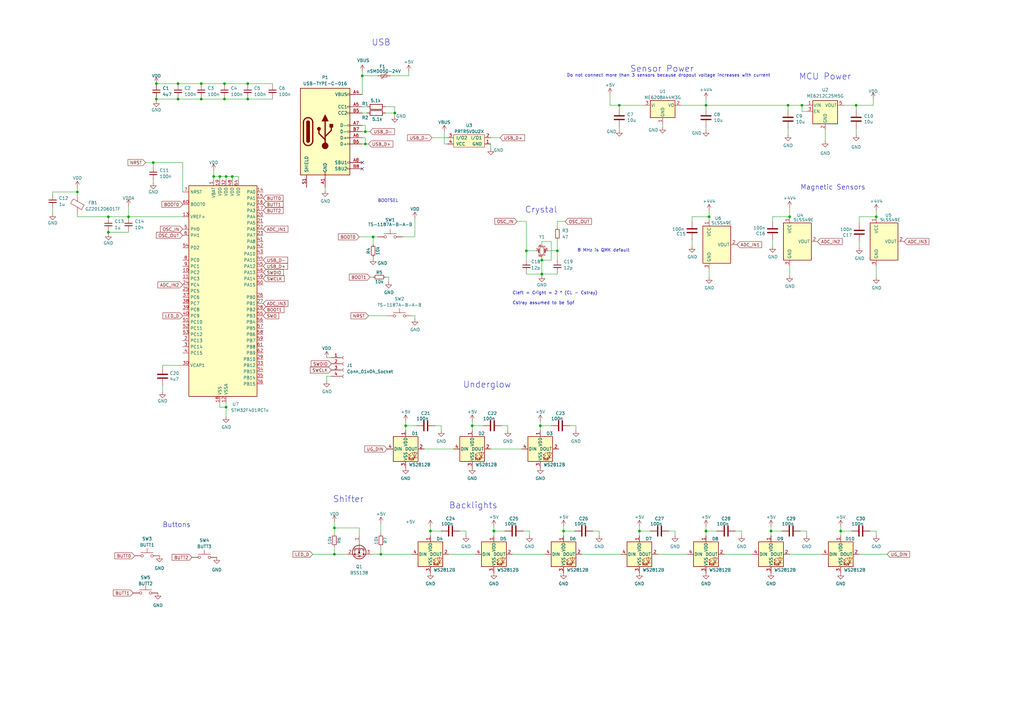
<source format=kicad_sch>
(kicad_sch (version 20230121) (generator eeschema)
  (paper "A3")
  (title_block (title "keeb") (date "2020-12-18") (rev "REV1"))
  (junction (at 228.6 102.87))
  (junction (at 92.71 167.005))
  (junction (at 73.025 34.29))
  (junction (at 290.83 88.9))
  (junction (at 161.925 46.355))
  (junction (at 137.16 227.33))
  (junction (at 101.6 40.64))
  (junction (at 254 43.18))
  (junction (at 92.075 40.64))
  (junction (at 193.675 174.625))
  (junction (at 90.17 72.39))
  (junction (at 153.035 97.155))
  (junction (at 215.9 102.87))
  (junction (at 31.75 78.74))
  (junction (at 202.565 217.805))
  (junction (at 92.71 72.39))
  (junction (at 176.53 217.805))
  (junction (at 344.805 217.805))
  (junction (at 149.86 53.975))
  (junction (at 64.135 40.64))
  (junction (at 95.25 72.39))
  (junction (at 316.23 217.805))
  (junction (at 148.59 31.115))
  (junction (at 222.25 106.68))
  (junction (at 82.55 34.29))
  (junction (at 289.56 43.18))
  (junction (at 156.21 227.33))
  (junction (at 328.93 43.18))
  (junction (at 222.25 112.395))
  (junction (at 289.56 217.805))
  (junction (at 137.16 216.535))
  (junction (at 323.215 43.18))
  (junction (at 231.14 217.805))
  (junction (at 166.37 174.625))
  (junction (at 44.45 95.25))
  (junction (at 64.135 34.29))
  (junction (at 52.705 88.9))
  (junction (at 323.85 88.9))
  (junction (at 87.63 72.39))
  (junction (at 82.55 40.64))
  (junction (at 262.255 217.805))
  (junction (at 149.86 59.055))
  (junction (at 351.155 43.18))
  (junction (at 92.075 34.29))
  (junction (at 73.025 40.64))
  (junction (at 359.41 88.9))
  (junction (at 62.865 66.675))
  (junction (at 221.615 174.625))
  (junction (at 101.6 34.29))
  (junction (at 44.45 88.9))
  (no_connect (at 148.59 66.675))
  (no_connect (at 148.59 69.215))
  (wire (pts (xy 290.83 110.49) (xy 290.83 113.665)))
  (wire (pts (xy 82.55 34.29) (xy 92.075 34.29)))
  (wire (pts (xy 52.705 84.455) (xy 52.705 88.9)))
  (wire (pts (xy 82.55 40.64) (xy 92.075 40.64)))
  (wire (pts (xy 316.23 217.805) (xy 316.23 219.71)))
  (wire (pts (xy 183.515 59.055) (xy 182.245 59.055)))
  (wire (pts (xy 316.865 98.425) (xy 316.865 100.965)))
  (wire (pts (xy 173.99 184.15) (xy 186.055 184.15)))
  (wire (pts (xy 210.185 227.33) (xy 223.52 227.33)))
  (wire (pts (xy 221.615 174.625) (xy 226.06 174.625)))
  (wire (pts (xy 92.075 34.29) (xy 101.6 34.29)))
  (wire (pts (xy 44.45 88.9) (xy 52.705 88.9)))
  (wire (pts (xy 262.255 215.9) (xy 262.255 217.805)))
  (wire (pts (xy 160.02 31.115) (xy 167.64 31.115)))
  (wire (pts (xy 87.63 69.85) (xy 87.63 72.39)))
  (wire (pts (xy 92.71 167.005) (xy 92.71 170.815)))
  (wire (pts (xy 217.17 217.805) (xy 217.17 219.71)))
  (wire (pts (xy 111.76 40.005) (xy 111.76 40.64)))
  (wire (pts (xy 159.385 113.665) (xy 159.385 115.57)))
  (wire (pts (xy 137.16 213.995) (xy 137.16 216.535)))
  (wire (pts (xy 150.495 43.815) (xy 148.59 43.815)))
  (wire (pts (xy 228.6 112.395) (xy 228.6 111.76)))
  (wire (pts (xy 328.93 45.72) (xy 330.835 45.72)))
  (wire (pts (xy 170.18 97.155) (xy 170.18 89.535)))
  (wire (pts (xy 137.16 224.155) (xy 137.16 227.33)))
  (wire (pts (xy 149.86 53.975) (xy 151.765 53.975)))
  (wire (pts (xy 87.63 72.39) (xy 90.17 72.39)))
  (wire (pts (xy 344.805 217.805) (xy 349.25 217.805)))
  (wire (pts (xy 177.165 56.515) (xy 183.515 56.515)))
  (wire (pts (xy 316.23 217.805) (xy 320.675 217.805)))
  (wire (pts (xy 224.79 102.87) (xy 228.6 102.87)))
  (wire (pts (xy 21.59 80.01) (xy 21.59 78.74)))
  (wire (pts (xy 290.83 90.17) (xy 290.83 88.9)))
  (wire (pts (xy 262.255 217.805) (xy 262.255 219.71)))
  (wire (pts (xy 176.53 217.805) (xy 180.975 217.805)))
  (wire (pts (xy 359.41 86.36) (xy 359.41 88.9)))
  (wire (pts (xy 153.035 100.33) (xy 153.035 97.155)))
  (wire (pts (xy 166.37 174.625) (xy 166.37 176.53)))
  (wire (pts (xy 226.06 99.06) (xy 226.06 106.68)))
  (wire (pts (xy 346.075 43.18) (xy 351.155 43.18)))
  (wire (pts (xy 222.25 106.68) (xy 222.25 112.395)))
  (wire (pts (xy 269.875 227.33) (xy 281.94 227.33)))
  (wire (pts (xy 62.865 66.675) (xy 62.865 68.58)))
  (wire (pts (xy 111.76 34.29) (xy 111.76 34.925)))
  (wire (pts (xy 148.59 46.355) (xy 150.495 46.355)))
  (wire (pts (xy 262.255 217.805) (xy 266.7 217.805)))
  (wire (pts (xy 289.56 52.07) (xy 289.56 53.34)))
  (wire (pts (xy 323.215 52.705) (xy 323.215 55.245)))
  (wire (pts (xy 82.55 34.925) (xy 82.55 34.29)))
  (wire (pts (xy 217.17 217.805) (xy 214.63 217.805)))
  (wire (pts (xy 133.35 76.835) (xy 133.35 78.105)))
  (wire (pts (xy 323.215 45.085) (xy 323.215 43.18)))
  (wire (pts (xy 44.45 88.9) (xy 44.45 89.535)))
  (wire (pts (xy 64.135 40.64) (xy 73.025 40.64)))
  (wire (pts (xy 328.93 43.18) (xy 328.93 45.72)))
  (wire (pts (xy 344.805 217.805) (xy 344.805 219.71)))
  (wire (pts (xy 149.86 51.435) (xy 149.86 53.975)))
  (wire (pts (xy 64.135 40.64) (xy 64.135 40.005)))
  (wire (pts (xy 147.32 97.155) (xy 153.035 97.155)))
  (wire (pts (xy 201.295 184.15) (xy 213.995 184.15)))
  (wire (pts (xy 238.76 227.33) (xy 254.635 227.33)))
  (wire (pts (xy 156.21 227.33) (xy 168.91 227.33)))
  (wire (pts (xy 330.835 217.805) (xy 330.835 219.71)))
  (wire (pts (xy 323.85 85.09) (xy 323.85 88.9)))
  (wire (pts (xy 74.93 66.675) (xy 74.93 78.74)))
  (wire (pts (xy 184.15 227.33) (xy 194.945 227.33)))
  (wire (pts (xy 323.85 109.22) (xy 323.85 113.03)))
  (wire (pts (xy 250.19 43.18) (xy 254 43.18)))
  (wire (pts (xy 180.975 174.625) (xy 180.975 176.53)))
  (wire (pts (xy 167.64 29.21) (xy 167.64 31.115)))
  (wire (pts (xy 148.59 31.115) (xy 148.59 38.735)))
  (wire (pts (xy 111.76 34.29) (xy 101.6 34.29)))
  (wire (pts (xy 236.22 174.625) (xy 233.68 174.625)))
  (wire (pts (xy 201.295 56.515) (xy 205.105 56.515)))
  (wire (pts (xy 351.155 52.705) (xy 351.155 55.245)))
  (wire (pts (xy 352.425 99.06) (xy 352.425 101.6)))
  (wire (pts (xy 101.6 34.29) (xy 101.6 34.925)))
  (wire (pts (xy 161.925 46.355) (xy 161.925 47.625)))
  (wire (pts (xy 74.93 149.86) (xy 66.675 149.86)))
  (wire (pts (xy 151.765 113.665) (xy 153.035 113.665)))
  (wire (pts (xy 156.21 224.155) (xy 156.21 227.33)))
  (wire (pts (xy 148.59 29.21) (xy 148.59 31.115)))
  (wire (pts (xy 254 52.07) (xy 254 53.34)))
  (wire (pts (xy 92.075 40.64) (xy 101.6 40.64)))
  (wire (pts (xy 222.25 100.33) (xy 222.25 99.06)))
  (wire (pts (xy 152.4 227.33) (xy 156.21 227.33)))
  (wire (pts (xy 202.565 217.805) (xy 207.01 217.805)))
  (wire (pts (xy 359.41 217.805) (xy 359.41 219.71)))
  (wire (pts (xy 316.23 215.9) (xy 316.23 217.805)))
  (wire (pts (xy 168.91 129.54) (xy 170.18 129.54)))
  (wire (pts (xy 153.035 105.41) (xy 153.035 106.045)))
  (wire (pts (xy 264.16 43.18) (xy 254 43.18)))
  (wire (pts (xy 279.4 43.18) (xy 289.56 43.18)))
  (wire (pts (xy 276.86 217.805) (xy 274.32 217.805)))
  (wire (pts (xy 323.85 88.9) (xy 316.865 88.9)))
  (wire (pts (xy 231.775 90.805) (xy 228.6 90.805)))
  (wire (pts (xy 215.9 112.395) (xy 215.9 111.76)))
  (wire (pts (xy 352.425 88.9) (xy 359.41 88.9)))
  (wire (pts (xy 289.56 44.45) (xy 289.56 43.18)))
  (wire (pts (xy 149.86 59.055) (xy 149.86 56.515)))
  (wire (pts (xy 31.75 87.63) (xy 31.75 88.9)))
  (wire (pts (xy 222.25 99.06) (xy 226.06 99.06)))
  (wire (pts (xy 158.115 113.665) (xy 159.385 113.665)))
  (wire (pts (xy 222.25 113.03) (xy 222.25 112.395)))
  (wire (pts (xy 222.25 112.395) (xy 228.6 112.395)))
  (wire (pts (xy 31.75 88.9) (xy 44.45 88.9)))
  (wire (pts (xy 202.565 215.9) (xy 202.565 217.805)))
  (wire (pts (xy 44.45 95.25) (xy 44.45 94.615)))
  (wire (pts (xy 359.41 217.805) (xy 356.87 217.805)))
  (wire (pts (xy 201.295 59.055) (xy 201.295 60.96)))
  (wire (pts (xy 62.865 73.66) (xy 62.865 74.93)))
  (wire (pts (xy 191.135 217.805) (xy 188.595 217.805)))
  (wire (pts (xy 101.6 40.005) (xy 101.6 40.64)))
  (wire (pts (xy 283.845 98.425) (xy 283.845 100.965)))
  (wire (pts (xy 182.245 59.055) (xy 182.245 53.975)))
  (wire (pts (xy 92.075 34.925) (xy 92.075 34.29)))
  (wire (pts (xy 133.985 154.305) (xy 135.89 154.305)))
  (wire (pts (xy 92.075 40.005) (xy 92.075 40.64)))
  (wire (pts (xy 193.675 172.72) (xy 193.675 174.625)))
  (wire (pts (xy 254 44.45) (xy 254 43.18)))
  (wire (pts (xy 90.17 165.1) (xy 90.17 167.005)))
  (wire (pts (xy 180.975 174.625) (xy 178.435 174.625)))
  (wire (pts (xy 73.025 40.005) (xy 73.025 40.64)))
  (wire (pts (xy 351.155 45.085) (xy 351.155 43.18)))
  (wire (pts (xy 222.25 112.395) (xy 215.9 112.395)))
  (wire (pts (xy 161.925 43.815) (xy 161.925 46.355)))
  (wire (pts (xy 316.865 88.9) (xy 316.865 90.805)))
  (wire (pts (xy 222.25 105.41) (xy 222.25 106.68)))
  (wire (pts (xy 289.56 43.18) (xy 323.215 43.18)))
  (wire (pts (xy 59.69 66.675) (xy 62.865 66.675)))
  (wire (pts (xy 289.56 217.805) (xy 294.005 217.805)))
  (wire (pts (xy 358.14 40.64) (xy 358.14 43.18)))
  (wire (pts (xy 92.71 165.1) (xy 92.71 167.005)))
  (wire (pts (xy 330.835 43.18) (xy 328.93 43.18)))
  (wire (pts (xy 95.25 72.39) (xy 95.25 73.66)))
  (wire (pts (xy 215.9 106.68) (xy 215.9 102.87)))
  (wire (pts (xy 73.025 40.64) (xy 82.55 40.64)))
  (wire (pts (xy 128.27 227.33) (xy 137.16 227.33)))
  (wire (pts (xy 31.75 76.835) (xy 31.75 78.74)))
  (wire (pts (xy 44.45 95.885) (xy 44.45 95.25)))
  (wire (pts (xy 344.805 215.9) (xy 344.805 217.805)))
  (wire (pts (xy 250.19 38.735) (xy 250.19 43.18)))
  (wire (pts (xy 156.21 214.63) (xy 156.21 219.075)))
  (wire (pts (xy 147.32 216.535) (xy 147.32 219.71)))
  (wire (pts (xy 73.025 34.29) (xy 82.55 34.29)))
  (wire (pts (xy 231.14 217.805) (xy 231.14 219.71)))
  (wire (pts (xy 231.14 215.9) (xy 231.14 217.805)))
  (wire (pts (xy 166.37 172.72) (xy 166.37 174.625)))
  (wire (pts (xy 221.615 174.625) (xy 221.615 176.53)))
  (wire (pts (xy 289.56 215.9) (xy 289.56 217.805)))
  (wire (pts (xy 245.745 217.805) (xy 243.205 217.805)))
  (wire (pts (xy 289.56 217.805) (xy 289.56 219.71)))
  (wire (pts (xy 31.75 78.74) (xy 31.75 80.01)))
  (wire (pts (xy 151.13 129.54) (xy 158.75 129.54)))
  (wire (pts (xy 92.71 72.39) (xy 92.71 73.66)))
  (wire (pts (xy 323.215 43.18) (xy 328.93 43.18)))
  (wire (pts (xy 87.63 72.39) (xy 87.63 73.66)))
  (wire (pts (xy 90.17 72.39) (xy 92.71 72.39)))
  (wire (pts (xy 166.37 174.625) (xy 170.815 174.625)))
  (wire (pts (xy 221.615 172.72) (xy 221.615 174.625)))
  (wire (pts (xy 245.745 217.805) (xy 245.745 219.71)))
  (wire (pts (xy 176.53 217.805) (xy 176.53 219.71)))
  (wire (pts (xy 92.71 72.39) (xy 95.25 72.39)))
  (wire (pts (xy 330.835 217.805) (xy 328.295 217.805)))
  (wire (pts (xy 165.1 97.155) (xy 170.18 97.155)))
  (wire (pts (xy 137.16 227.33) (xy 142.24 227.33)))
  (wire (pts (xy 82.55 40.005) (xy 82.55 40.64)))
  (wire (pts (xy 137.16 216.535) (xy 147.32 216.535)))
  (wire (pts (xy 352.425 227.33) (xy 363.855 227.33)))
  (wire (pts (xy 193.675 174.625) (xy 198.12 174.625)))
  (wire (pts (xy 297.18 227.33) (xy 308.61 227.33)))
  (wire (pts (xy 304.165 217.805) (xy 304.165 219.71)))
  (wire (pts (xy 148.59 31.115) (xy 154.94 31.115)))
  (wire (pts (xy 158.115 46.355) (xy 161.925 46.355)))
  (wire (pts (xy 137.16 216.535) (xy 137.16 219.075)))
  (wire (pts (xy 215.9 90.805) (xy 212.09 90.805)))
  (wire (pts (xy 170.18 129.54) (xy 170.18 130.81)))
  (wire (pts (xy 133.985 146.685) (xy 135.89 146.685)))
  (wire (pts (xy 64.135 34.29) (xy 73.025 34.29)))
  (wire (pts (xy 90.17 72.39) (xy 90.17 73.66)))
  (wire (pts (xy 226.06 106.68) (xy 222.25 106.68)))
  (wire (pts (xy 148.59 51.435) (xy 149.86 51.435)))
  (wire (pts (xy 193.675 174.625) (xy 193.675 176.53)))
  (wire (pts (xy 64.135 34.29) (xy 64.135 34.925)))
  (wire (pts (xy 304.165 217.805) (xy 301.625 217.805)))
  (wire (pts (xy 338.455 53.34) (xy 338.455 57.785)))
  (wire (pts (xy 215.9 90.805) (xy 215.9 102.87)))
  (wire (pts (xy 290.83 86.36) (xy 290.83 88.9)))
  (wire (pts (xy 52.705 88.9) (xy 52.705 89.535)))
  (wire (pts (xy 97.79 72.39) (xy 97.79 73.66)))
  (wire (pts (xy 148.59 56.515) (xy 149.86 56.515)))
  (wire (pts (xy 283.845 88.9) (xy 283.845 90.805)))
  (wire (pts (xy 73.025 34.925) (xy 73.025 34.29)))
  (wire (pts (xy 153.035 97.155) (xy 154.94 97.155)))
  (wire (pts (xy 52.705 95.25) (xy 52.705 94.615)))
  (wire (pts (xy 208.28 174.625) (xy 208.28 176.53)))
  (wire (pts (xy 148.59 53.975) (xy 149.86 53.975)))
  (wire (pts (xy 90.17 167.005) (xy 92.71 167.005)))
  (wire (pts (xy 289.56 40.64) (xy 289.56 43.18)))
  (wire (pts (xy 62.865 66.675) (xy 74.93 66.675)))
  (wire (pts (xy 191.135 217.805) (xy 191.135 219.71)))
  (wire (pts (xy 276.86 217.805) (xy 276.86 219.71)))
  (wire (pts (xy 149.86 59.055) (xy 151.13 59.055)))
  (wire (pts (xy 215.9 102.87) (xy 219.71 102.87)))
  (wire (pts (xy 359.41 109.22) (xy 359.41 113.665)))
  (wire (pts (xy 66.675 158.115) (xy 66.675 160.655)))
  (wire (pts (xy 271.78 50.8) (xy 271.78 52.07)))
  (wire (pts (xy 290.83 88.9) (xy 283.845 88.9)))
  (wire (pts (xy 202.565 217.805) (xy 202.565 219.71)))
  (wire (pts (xy 111.76 40.64) (xy 101.6 40.64)))
  (wire (pts (xy 228.6 90.805) (xy 228.6 93.345)))
  (wire (pts (xy 228.6 106.68) (xy 228.6 102.87)))
  (wire (pts (xy 95.25 72.39) (xy 97.79 72.39)))
  (wire (pts (xy 66.675 149.86) (xy 66.675 150.495)))
  (wire (pts (xy 161.925 43.815) (xy 158.115 43.815)))
  (wire (pts (xy 323.85 227.33) (xy 337.185 227.33)))
  (wire (pts (xy 21.59 78.74) (xy 31.75 78.74)))
  (wire (pts (xy 208.28 174.625) (xy 205.74 174.625)))
  (wire (pts (xy 21.59 85.09) (xy 21.59 87.63)))
  (wire (pts (xy 236.22 174.625) (xy 236.22 176.53)))
  (wire (pts (xy 148.59 59.055) (xy 149.86 59.055)))
  (wire (pts (xy 176.53 215.9) (xy 176.53 217.805)))
  (wire (pts (xy 351.155 43.18) (xy 358.14 43.18)))
  (wire (pts (xy 228.6 98.425) (xy 228.6 102.87)))
  (wire (pts (xy 52.705 88.9) (xy 74.93 88.9)))
  (wire (pts (xy 44.45 95.25) (xy 52.705 95.25)))
  (wire (pts (xy 64.135 41.275) (xy 64.135 40.64)))
  (wire (pts (xy 352.425 88.9) (xy 352.425 91.44)))
  (wire (pts (xy 231.14 217.805) (xy 235.585 217.805)))
  (wire (pts (xy 133.985 156.21) (xy 133.985 154.305)))
  (text "Sensor Power" (at 258.445 29.845 0) (effects (font (size 2.54 2.54)) (justify left bottom)))
  (text "Do not connect more than 3 sensors because dropout voltage increases with current" (at 232.41 31.75 0) (effects (font (size 1.27 1.27)) (justify left bottom)))
  (text "BOOTSEL" (at 154.94 83.185 0) (effects (font (size 1.27 1.27)) (justify left bottom)))
  (text "8 MHz is QMK default" (at 236.855 103.505 0) (effects (font (size 1.27 1.27)) (justify left bottom)))
  (text "Backlights" (at 184.15 208.915 0) (effects (font (size 2.54 2.54)) (justify left bottom)))
  (text "Crystal" (at 215.265 87.63 0) (effects (font (size 2.54 2.54)) (justify left bottom)))
  (text "MCU Power" (at 327.66 33.02 0) (effects (font (size 2.54 2.54)) (justify left bottom)))
  (text "Magnetic Sensors" (at 328.295 78.105 0) (effects (font (size 2 2)) (justify left bottom)))
  (text "Underglow" (at 189.865 159.385 0) (effects (font (size 2.54 2.54)) (justify left bottom)))
  (text "USB" (at 152.4 19.05 0) (effects (font (size 2.54 2.54)) (justify left bottom)))
  (text "Buttons" (at 66.675 216.535 0) (effects (font (size 2 2)) (justify left bottom)))
  (text "Shifter" (at 136.525 206.375 0) (effects (font (size 2.54 2.54)) (justify left bottom)))
  (text "Cleft = Cright = 2 * (CL - Cstray)\n\nCstray assumed to be 5pf" (at 210.185 125.095 0) (effects (font (size 1.27 1.27)) (justify left bottom)))
  (text "\n\n\n\n\n\n" (at 125.73 208.915 0) (effects (font (size 1.27 1.27)) (justify left bottom)))
  (global_label "LED_D" (shape input) (at 74.93 129.54 180) (property "Intersheetrefs" "${INTERSHEET_REFS}" (effects hide)))
  (global_label "LED_D" (shape input) (at 128.27 227.33 180) (property "Intersheetrefs" "${INTERSHEET_REFS}" (effects hide)))
  (global_label "ADC_IN3" (shape input) (at 107.95 124.46 0) (property "Intersheetrefs" "${INTERSHEET_REFS}" (effects hide)))
  (global_label "UG_DIN" (shape input) (at 158.75 184.15 180) (property "Intersheetrefs" "${INTERSHEET_REFS}" (effects hide)))
  (global_label "USB_D+" (shape input) (at 151.13 59.055 0) (property "Intersheetrefs" "${INTERSHEET_REFS}" (effects hide)))
  (global_label "OSC_OUT" (shape input) (at 74.93 96.52 180) (property "Intersheetrefs" "${INTERSHEET_REFS}" (effects hide)))
  (global_label "BOOT0" (shape input) (at 74.93 83.82 180) (property "Intersheetrefs" "${INTERSHEET_REFS}" (effects hide)))
  (global_label "BUTT0" (shape input) (at 107.95 81.28 0) (property "Intersheetrefs" "${INTERSHEET_REFS}" (effects hide)))
  (global_label "ADC_IN1" (shape input) (at 302.26 100.33 0) (property "Intersheetrefs" "${INTERSHEET_REFS}" (effects hide)))
  (global_label "BUTT2" (shape input) (at 107.95 86.36 0) (property "Intersheetrefs" "${INTERSHEET_REFS}" (effects hide)))
  (global_label "USB_D-" (shape input) (at 177.165 56.515 180) (property "Intersheetrefs" "${INTERSHEET_REFS}" (effects hide)))
  (global_label "BOOT0" (shape input) (at 147.32 97.155 180) (property "Intersheetrefs" "${INTERSHEET_REFS}" (effects hide)))
  (global_label "BOOT1" (shape input) (at 107.95 127 0) (property "Intersheetrefs" "${INTERSHEET_REFS}" (effects hide)))
  (global_label "OSC_IN" (shape input) (at 212.09 90.805 180) (property "Intersheetrefs" "${INTERSHEET_REFS}" (effects hide)))
  (global_label "ADC_IN2" (shape input) (at 74.93 116.84 180) (property "Intersheetrefs" "${INTERSHEET_REFS}" (effects hide)))
  (global_label "SWO" (shape input) (at 107.95 129.54 0) (property "Intersheetrefs" "${INTERSHEET_REFS}" (effects hide)))
  (global_label "BUTT2" (shape input) (at 78.74 228.6 180) (property "Intersheetrefs" "${INTERSHEET_REFS}" (effects hide)))
  (global_label "SWDIO" (shape input) (at 107.95 111.76 0) (property "Intersheetrefs" "${INTERSHEET_REFS}" (effects hide)))
  (global_label "NRST" (shape input) (at 151.13 129.54 180) (property "Intersheetrefs" "${INTERSHEET_REFS}" (effects hide)))
  (global_label "BUTT1" (shape input) (at 54.61 243.205 180) (property "Intersheetrefs" "${INTERSHEET_REFS}" (effects hide)))
  (global_label "USB_D+" (shape input) (at 107.95 109.22 0) (property "Intersheetrefs" "${INTERSHEET_REFS}" (effects hide)))
  (global_label "NRST" (shape input) (at 59.69 66.675 180) (property "Intersheetrefs" "${INTERSHEET_REFS}" (effects hide)))
  (global_label "BOOT1" (shape input) (at 151.765 113.665 180) (property "Intersheetrefs" "${INTERSHEET_REFS}" (effects hide)))
  (global_label "SWDIO" (shape input) (at 135.89 149.225 180) (property "Intersheetrefs" "${INTERSHEET_REFS}" (effects hide)))
  (global_label "OSC_IN" (shape input) (at 74.93 93.98 180) (property "Intersheetrefs" "${INTERSHEET_REFS}" (effects hide)))
  (global_label "SWCLK" (shape input) (at 107.95 114.3 0) (property "Intersheetrefs" "${INTERSHEET_REFS}" (effects hide)))
  (global_label "USB_D-" (shape input) (at 151.765 53.975 0) (property "Intersheetrefs" "${INTERSHEET_REFS}" (effects hide)))
  (global_label "USB_D-" (shape input) (at 107.95 106.68 0) (property "Intersheetrefs" "${INTERSHEET_REFS}" (effects hide)))
  (global_label "USB_D+" (shape input) (at 205.105 56.515 0) (property "Intersheetrefs" "${INTERSHEET_REFS}" (effects hide)))
  (global_label "UG_DIN" (shape input) (at 363.855 227.33 0) (property "Intersheetrefs" "${INTERSHEET_REFS}" (effects hide)))
  (global_label "ADC_IN2" (shape input) (at 335.28 99.06 0) (property "Intersheetrefs" "${INTERSHEET_REFS}" (effects hide)))
  (global_label "OSC_OUT" (shape input) (at 231.775 90.805 0) (property "Intersheetrefs" "${INTERSHEET_REFS}" (effects hide)))
  (global_label "ADC_IN3" (shape input) (at 370.84 99.06 0) (property "Intersheetrefs" "${INTERSHEET_REFS}" (effects hide)))
  (global_label "BUTT1" (shape input) (at 107.95 83.82 0) (property "Intersheetrefs" "${INTERSHEET_REFS}" (effects hide)))
  (global_label "ADC_IN1" (shape input) (at 107.95 93.98 0) (property "Intersheetrefs" "${INTERSHEET_REFS}" (effects hide)))
  (global_label "SWCLK" (shape input) (at 135.89 151.765 180) (property "Intersheetrefs" "${INTERSHEET_REFS}" (effects hide)))
  (global_label "BUTT0" (shape input) (at 55.245 227.965 180) (property "Intersheetrefs" "${INTERSHEET_REFS}" (effects hide)))
  (symbol (lib_id "power:GND") (at 133.35 78.105 0) (unit 1)
    (property "Reference" "#PWR020" (effects hide))
    (property "Value" "GND" (at 133.477 82.4992 0))
  )
  (symbol (lib_id "power:GND") (at 159.385 115.57 0) (unit 1)
    (property "Reference" "#PWR036" (effects hide))
    (property "Value" "GND" (at 159.512 119.9642 0))
  )
  (symbol (lib_id "power:GND") (at 161.925 47.625 0) (unit 1)
    (property "Reference" "#PWR08" (effects hide))
    (property "Value" "GND" (at 164.465 47.625 0))
  )
  (symbol (lib_id "Device:Crystal_GND24_Small") (at 222.25 102.87 0) (unit 1)
    (property "Reference" "Y1" (at 220.98 97.155 0) (effects (justify left)))
    (property "Value" "8MHz" (effects hide))
    (property "Footprint" "Crystal:Crystal_SMD_3225-4Pin_3.2x2.5mm" (effects hide))
    (property "LCSC Part #" "C13738" (effects hide))
  )
  (symbol (lib_id "power:GND") (at 170.18 130.81 0) (unit 1)
    (property "Reference" "#PWR037" (effects hide))
    (property "Value" "GND" (at 170.307 135.2042 0))
  )
  (symbol (lib_id "LED:WS2812B") (at 166.37 184.15 0) (unit 1)
    (property "Reference" "D1" (at 170.18 177.8 0))
    (property "Value" "WS2812B" (at 167.64 189.865 0) (effects (justify left top)))
    (property "Footprint" "LED_SMD:LED_WS2812B_PLCC4_5.0x5.0mm_P3.2mm" (effects hide))
    (property "Datasheet" "https://cdn-shop.adafruit.com/datasheets/WS2812B.pdf" (effects hide))
  )
  (symbol (lib_id "Device:C_Small") (at 215.9 109.22 0) (unit 1)
    (property "Reference" "C18" (at 217.805 107.315 0) (effects (justify left)))
    (property "Value" "12p" (at 217.805 109.855 0) (effects (justify left)))
    (property "Footprint" "Capacitor_SMD:C_0402_1005Metric" (effects hide))
    (property "LCSC Part #" "C1547" (effects hide))
  )
  (symbol (lib_id "power:VBUS") (at 182.245 53.975 0) (unit 1)
    (property "Reference" "#PWR012" (effects hide))
    (property "Value" "VBUS" (at 182.245 50.165 0))
  )
  (symbol (lib_id "power:GND") (at 222.25 113.03 0) (unit 1)
    (property "Reference" "#PWR032" (effects hide))
    (property "Value" "GND" (at 222.25 116.84 0))
  )
  (symbol (lib_id "Device:C") (at 283.845 94.615 180) (unit 1)
    (property "Reference" "C15" (at 281.305 95.885 0) (effects (justify left)))
    (property "Value" "100n" (at 280.67 93.98 0) (effects (justify left)))
    (property "Footprint" "Capacitor_SMD:C_0402_1005Metric" (effects hide))
  )
  (symbol (lib_name "GND_1") (lib_id "power:GND") (at 191.135 219.71 0) (unit 1)
    (property "Reference" "#PWR060" (effects hide))
    (property "Value" "GND" (at 191.135 224.155 0))
  )
  (symbol (lib_id "power:+4V4") (at 290.83 86.36 0) (unit 1)
    (property "Reference" "#PWR23" (effects hide))
    (property "Value" "+4V4" (at 290.83 82.55 0))
  )
  (symbol (lib_name "GND_1") (lib_id "power:GND") (at 316.23 234.95 0) (unit 1)
    (property "Reference" "#PWR074" (effects hide))
    (property "Value" "GND" (at 316.23 239.395 0))
  )
  (symbol (lib_id "MCU_ST_STM32F4:STM32F401RCTx") (at 90.17 119.38 0) (unit 1)
    (property "Reference" "U7" (at 95.25 165.735 0) (effects (justify left)))
    (property "Value" "STM32F401RCTx" (at 94.6659 168.275 0) (effects (justify left)))
    (property "Footprint" "Package_QFP:LQFP-64_10x10mm_P0.5mm" (effects hide))
    (property "Datasheet" "https://www.st.com/resource/en/datasheet/stm32f401rc.pdf" (effects hide))
  )
  (symbol (lib_id "power:+5V") (at 167.64 29.21 0) (unit 1)
    (property "Reference" "#PWR02" (effects hide))
    (property "Value" "+5V" (at 167.64 25.4 0))
  )
  (symbol (lib_id "power:+5V") (at 250.19 38.735 0) (unit 1)
    (property "Reference" "#PWR04" (effects hide))
    (property "Value" "+5V" (at 250.19 34.925 0))
  )
  (symbol (lib_name "GND_1") (lib_id "power:GND") (at 65.405 227.965 0) (unit 1)
    (property "Reference" "#PWR067" (effects hide))
    (property "Value" "GND" (at 65.405 233.045 0))
  )
  (symbol (lib_id "Device:C") (at 324.485 217.805 90) (unit 1)
    (property "Reference" "C29" (at 326.39 212.725 90) (effects (justify left)))
    (property "Value" "100n" (at 325.628 214.884 90) (effects (justify left)))
    (property "Footprint" "Capacitor_SMD:C_0402_1005Metric" (effects hide))
  )
  (symbol (lib_id "power:GND") (at 323.215 55.245 0) (unit 1)
    (property "Reference" "#PWR013" (effects hide))
    (property "Value" "GND" (at 323.215 59.69 0))
  )
  (symbol (lib_id "Device:C") (at 297.815 217.805 90) (unit 1)
    (property "Reference" "C28" (at 299.72 212.725 90) (effects (justify left)))
    (property "Value" "100n" (at 298.958 214.884 90) (effects (justify left)))
    (property "Footprint" "Capacitor_SMD:C_0402_1005Metric" (effects hide))
  )
  (symbol (lib_id "power:GND") (at 352.425 101.6 0) (unit 1)
    (property "Reference" "#PWR030" (effects hide))
    (property "Value" "GND" (at 352.552 105.9942 0))
  )
  (symbol (lib_id "power:+5V") (at 344.805 215.9 0) (unit 1)
    (property "Reference" "#PWR059" (effects hide))
    (property "Value" "+5V" (at 344.805 212.09 0))
  )
  (symbol (lib_id "Device:C") (at 351.155 48.895 0) (unit 1)
    (property "Reference" "C10" (at 354.33 47.625 0) (effects (justify left)))
    (property "Value" "10u" (at 354.33 49.9364 0) (effects (justify left)))
    (property "Footprint" "Capacitor_SMD:C_1206_3216Metric" (effects hide))
  )
  (symbol (lib_id "power:+5V") (at 221.615 172.72 0) (unit 1)
    (property "Reference" "#PWR044" (effects hide))
    (property "Value" "+5V" (at 221.615 168.91 0))
  )
  (symbol (lib_id "power:GND") (at 271.78 52.07 0) (unit 1)
    (property "Reference" "#PWR09" (effects hide))
    (property "Value" "GND" (at 267.97 53.34 0))
  )
  (symbol (lib_id "Device:R_Small") (at 228.6 95.885 0) (unit 1)
    (property "Reference" "R3" (at 230.505 94.615 0) (effects (justify left)))
    (property "Value" "47" (at 230.505 97.155 0) (effects (justify left)))
    (property "Footprint" "Resistor_SMD:R_0402_1005Metric" (effects hide))
    (property "LCSC Part #" "C25118" (effects hide))
  )
  (symbol (lib_id "Device:C") (at 174.625 174.625 90) (unit 1)
    (property "Reference" "C21" (at 176.53 169.545 90) (effects (justify left)))
    (property "Value" "100n" (at 175.768 171.704 90) (effects (justify left)))
    (property "Footprint" "Capacitor_SMD:C_0402_1005Metric" (effects hide))
  )
  (symbol (lib_id "power:GND") (at 153.035 106.045 0) (unit 1)
    (property "Reference" "#PWR031" (effects hide))
    (property "Value" "GND" (at 156.845 107.95 0))
  )
  (symbol (lib_id "power:GND") (at 133.985 156.21 0) (unit 1)
    (property "Reference" "#PWR039" (effects hide))
    (property "Value" "GND" (at 134.112 160.6042 0))
  )
  (symbol (lib_id "power:VDD") (at 170.18 89.535 0) (unit 1)
    (property "Reference" "#PWR026" (effects hide))
    (property "Value" "VDD" (at 170.18 85.725 0))
  )
  (symbol (lib_name "GND_1") (lib_id "power:GND") (at 289.56 234.95 0) (unit 1)
    (property "Reference" "#PWR073" (effects hide))
    (property "Value" "GND" (at 289.56 239.395 0))
  )
  (symbol (lib_name "GND_1") (lib_id "power:GND") (at 64.77 243.205 0) (unit 1)
    (property "Reference" "#PWR076" (effects hide))
    (property "Value" "GND" (at 64.77 248.285 0))
  )
  (symbol (lib_name "GND_1") (lib_id "power:GND") (at 359.41 219.71 0) (unit 1)
    (property "Reference" "#PWR066" (effects hide))
    (property "Value" "GND" (at 359.41 224.155 0))
  )
  (symbol (lib_id "power:VDD") (at 137.16 213.995 0) (unit 1)
    (property "Reference" "#PWR051" (effects hide))
    (property "Value" "VDD" (at 137.16 210.82 0))
  )
  (symbol (lib_id "LED:WS2812B") (at 316.23 227.33 0) (unit 1)
    (property "Reference" "D9" (at 320.04 220.98 0))
    (property "Value" "WS2812B" (at 317.5 233.045 0) (effects (justify left top)))
    (property "Footprint" "LED_SMD:LED_WS2812B_PLCC4_5.0x5.0mm_P3.2mm" (effects hide))
    (property "Datasheet" "https://cdn-shop.adafruit.com/datasheets/WS2812B.pdf" (effects hide))
  )
  (symbol (lib_id "Device:C_Small") (at 21.59 82.55 0) (unit 1)
    (property "Reference" "C12" (at 24.13 81.28 0) (effects (justify left)))
    (property "Value" "1u" (at 24.13 83.82 0) (effects (justify left)))
    (property "Footprint" "Capacitor_SMD:C_0402_1005Metric" (effects hide))
    (property "LCSC Part #" "C52923" (effects hide))
  )
  (symbol (lib_id "power:VDD") (at 133.985 146.685 0) (unit 1)
    (property "Reference" "#PWR038" (effects hide))
    (property "Value" "VDD" (at 133.985 142.875 0))
  )
  (symbol (lib_name "GND_1") (lib_id "power:GND") (at 236.22 176.53 0) (unit 1)
    (property "Reference" "#PWR047" (effects hide))
    (property "Value" "GND" (at 236.22 180.975 0))
  )
  (symbol (lib_id "Device:C") (at 352.425 95.25 180) (unit 1)
    (property "Reference" "C17" (at 349.504 96.4184 0) (effects (justify left)))
    (property "Value" "100n" (at 349.504 94.107 0) (effects (justify left)))
    (property "Footprint" "Capacitor_SMD:C_0402_1005Metric" (effects hide))
  )
  (symbol (lib_name "GND_1") (lib_id "power:GND") (at 193.675 191.77 0) (unit 1)
    (property "Reference" "#PWR049" (effects hide))
    (property "Value" "GND" (at 193.675 196.215 0))
  )
  (symbol (lib_id "Connector:USB_C_Receptacle_USB2.0") (at 133.35 53.975 0) (unit 1)
    (property "Reference" "P1" (at 133.35 31.75 0))
    (property "Value" "USB-TYPE-C-016" (at 133.35 34.29 0))
    (property "Footprint" "Connector_USB:USB-TYPE-C-016_Receptacle_DEALON_16P_MidMnt" (effects hide))
  )
  (symbol (lib_id "Device:C_Small") (at 101.6 37.465 0) (unit 1)
    (property "Reference" "C5" (at 104.14 36.195 0) (effects (justify left)))
    (property "Value" "100n" (at 104.14 38.735 0) (effects (justify left)))
    (property "Footprint" "Capacitor_SMD:C_0402_1005Metric" (effects hide))
    (property "LCSC Part #" "C1525" (effects hide))
  )
  (symbol (lib_id "Device:C_Small") (at 73.025 37.465 0) (unit 1)
    (property "Reference" "C2" (at 75.565 36.195 0) (effects (justify left)))
    (property "Value" "100n" (at 75.565 38.735 0) (effects (justify left)))
    (property "Footprint" "Capacitor_SMD:C_0402_1005Metric" (effects hide))
    (property "LCSC Part #" "C1525" (effects hide))
  )
  (symbol (lib_id "power:GND") (at 323.85 113.03 0) (unit 1)
    (property "Reference" "#PWR033" (effects hide))
    (property "Value" "GND" (at 323.977 117.4242 0))
  )
  (symbol (lib_id "power:GND") (at 21.59 87.63 0) (unit 1)
    (property "Reference" "#PWR025" (effects hide))
    (property "Value" "GND" (at 21.59 91.44 0))
  )
  (symbol (lib_id "Regulator_Linear:AP2127K-3.3") (at 338.455 45.72 0) (unit 1)
    (property "Reference" "U2" (at 338.455 36.83 0))
    (property "Value" "ME6212C25M5G" (at 338.455 39.37 0))
    (property "Footprint" "Package_TO_SOT_SMD:SOT-23-5" (effects hide))
    (property "Datasheet" "https://www.diodes.com/assets/Datasheets/AP2127.pdf" (effects hide))
  )
  (symbol (lib_id "power:+5V") (at 166.37 172.72 0) (unit 1)
    (property "Reference" "#PWR042" (effects hide))
    (property "Value" "+5V" (at 166.37 168.91 0))
  )
  (symbol (lib_id "Device:C_Small") (at 52.705 92.075 0) (unit 1)
    (property "Reference" "C14" (at 55.245 90.805 0) (effects (justify left)))
    (property "Value" "10n" (at 55.245 93.345 0) (effects (justify left)))
    (property "Footprint" "Capacitor_SMD:C_0402_1005Metric" (effects hide))
    (property "LCSC Part #" "C15195" (effects hide))
  )
  (symbol (lib_id "Switch:SW_Push") (at 59.69 243.205 0) (unit 1)
    (property "Reference" "SW5" (at 59.69 236.855 0))
    (property "Value" "BUTT2" (at 59.69 239.395 0))
    (property "Footprint" "Button_Switch_SMD:SW_Push_1P1T_NO_6x6mm_H9.5mm" (effects hide))
  )
  (symbol (lib_id "Device:C") (at 66.675 154.305 0) (unit 1)
    (property "Reference" "C20" (at 69.596 153.1366 0) (effects (justify left)))
    (property "Value" "4u7" (at 69.596 155.448 0) (effects (justify left)))
    (property "Footprint" "Capacitor_SMD:C_0805_2012Metric" (effects hide))
  )
  (symbol (lib_id "power:GND") (at 283.845 100.965 0) (unit 1)
    (property "Reference" "#PWR028" (effects hide))
    (property "Value" "GND" (at 283.972 105.3592 0))
  )
  (symbol (lib_id "keebio:PRTR5V0U2X") (at 192.405 57.785 180) (unit 1)
    (property "Reference" "U3" (at 192.405 51.435 0))
    (property "Value" "PRTR5V0U2X" (at 192.405 53.975 0))
    (property "Footprint" "Keebio-Parts:SOT-143B" (effects hide))
  )
  (symbol (lib_id "power:GND") (at 338.455 57.785 0) (unit 1)
    (property "Reference" "#PWR015" (effects hide))
    (property "Value" "GND" (at 338.455 62.865 0))
  )
  (symbol (lib_id "power:GND") (at 289.56 53.34 0) (unit 1)
    (property "Reference" "#PWR011" (effects hide))
    (property "Value" "GND" (at 285.75 54.61 0))
  )
  (symbol (lib_id "power:+5V") (at 262.255 215.9 0) (unit 1)
    (property "Reference" "#PWR056" (effects hide))
    (property "Value" "+5V" (at 262.255 212.09 0))
  )
  (symbol (lib_id "power:GND") (at 64.135 41.275 0) (unit 1)
    (property "Reference" "#PWR07" (effects hide))
    (property "Value" "GND" (at 64.135 45.085 0))
  )
  (symbol (lib_name "GND_1") (lib_id "power:GND") (at 221.615 191.77 0) (unit 1)
    (property "Reference" "#PWR050" (effects hide))
    (property "Value" "GND" (at 221.615 196.215 0))
  )
  (symbol (lib_id "Device:C") (at 323.215 48.895 0) (unit 1)
    (property "Reference" "C9" (at 326.39 47.625 0) (effects (justify left)))
    (property "Value" "10u" (at 326.39 49.9364 0) (effects (justify left)))
    (property "Footprint" "Capacitor_SMD:C_1206_3216Metric" (effects hide))
  )
  (symbol (lib_id "power:VDD") (at 31.75 76.835 0) (unit 1)
    (property "Reference" "#PWR019" (effects hide))
    (property "Value" "VDD" (at 31.75 73.025 0))
  )
  (symbol (lib_name "GND_1") (lib_id "power:GND") (at 330.835 219.71 0) (unit 1)
    (property "Reference" "#PWR065" (effects hide))
    (property "Value" "GND" (at 330.835 224.155 0))
  )
  (symbol (lib_id "LED:WS2812B") (at 221.615 184.15 0) (unit 1)
    (property "Reference" "D3" (at 225.425 177.8 0))
    (property "Value" "WS2812B" (at 222.885 189.865 0) (effects (justify left top)))
    (property "Footprint" "LED_SMD:LED_WS2812B_PLCC4_5.0x5.0mm_P3.2mm" (effects hide))
    (property "Datasheet" "https://cdn-shop.adafruit.com/datasheets/WS2812B.pdf" (effects hide))
  )
  (symbol (lib_id "LED:WS2812B") (at 262.255 227.33 0) (unit 1)
    (property "Reference" "D7" (at 266.065 220.98 0))
    (property "Value" "WS2812B" (at 263.525 233.045 0) (effects (justify left top)))
    (property "Footprint" "LED_SMD:LED_WS2812B_PLCC4_5.0x5.0mm_P3.2mm" (effects hide))
    (property "Datasheet" "https://cdn-shop.adafruit.com/datasheets/WS2812B.pdf" (effects hide))
  )
  (symbol (lib_id "Device:FerriteBead") (at 31.75 83.82 0) (unit 1)
    (property "Reference" "FB1" (at 36.195 83.1342 0) (effects (justify left)))
    (property "Value" "GZ2012D601TF" (at 34.925 85.725 0) (effects (justify left)))
    (property "Footprint" "Capacitor_SMD:C_0805_2012Metric" (effects hide))
  )
  (symbol (lib_id "power:GND") (at 359.41 113.665 0) (unit 1)
    (property "Reference" "#PWR035" (effects hide))
    (property "Value" "GND" (at 359.537 118.0592 0))
  )
  (symbol (lib_id "power:GND") (at 316.865 100.965 0) (unit 1)
    (property "Reference" "#PWR029" (effects hide))
    (property "Value" "GND" (at 316.992 105.3592 0))
  )
  (symbol (lib_id "power:VBUS") (at 148.59 29.21 0) (unit 1)
    (property "Reference" "#PWR01" (effects hide))
    (property "Value" "VBUS" (at 148.971 24.8158 0))
  )
  (symbol (lib_id "power:GND") (at 66.675 160.655 0) (unit 1)
    (property "Reference" "#PWR040" (effects hide))
    (property "Value" "GND" (at 66.675 164.465 0))
  )
  (symbol (lib_id "Device:C") (at 239.395 217.805 90) (unit 1)
    (property "Reference" "C26" (at 241.3 212.725 90) (effects (justify left)))
    (property "Value" "100n" (at 240.538 214.884 90) (effects (justify left)))
    (property "Footprint" "Capacitor_SMD:C_0402_1005Metric" (effects hide))
  )
  (symbol (lib_id "power:+4V4") (at 289.56 40.64 0) (unit 1)
    (property "Reference" "#PWR5" (effects hide))
    (property "Value" "+4V4" (at 289.56 36.83 0))
  )
  (symbol (lib_id "LED:WS2812B") (at 289.56 227.33 0) (unit 1)
    (property "Reference" "D8" (at 293.37 220.98 0))
    (property "Value" "WS2812B" (at 290.83 233.045 0) (effects (justify left top)))
    (property "Footprint" "LED_SMD:LED_WS2812B_PLCC4_5.0x5.0mm_P3.2mm" (effects hide))
    (property "Datasheet" "https://cdn-shop.adafruit.com/datasheets/WS2812B.pdf" (effects hide))
  )
  (symbol (lib_id "power:GND") (at 290.83 113.665 0) (unit 1)
    (property "Reference" "#PWR034" (effects hide))
    (property "Value" "GND" (at 290.957 118.0592 0))
  )
  (symbol (lib_id "Device:C") (at 201.93 174.625 90) (unit 1)
    (property "Reference" "C22" (at 203.835 169.545 90) (effects (justify left)))
    (property "Value" "100n" (at 203.073 171.704 90) (effects (justify left)))
    (property "Footprint" "Capacitor_SMD:C_0402_1005Metric" (effects hide))
  )
  (symbol (lib_name "GND_1") (lib_id "power:GND") (at 202.565 234.95 0) (unit 1)
    (property "Reference" "#PWR070" (effects hide))
    (property "Value" "GND" (at 202.565 239.395 0))
  )
  (symbol (lib_id "Device:C_Small") (at 62.865 71.12 0) (unit 1)
    (property "Reference" "C11" (at 65.405 69.85 0) (effects (justify left)))
    (property "Value" "100n" (at 65.405 72.39 0) (effects (justify left)))
    (property "Footprint" "Capacitor_SMD:C_0402_1005Metric" (effects hide))
    (property "LCSC Part #" "C1525" (effects hide))
  )
  (symbol (lib_id "Device:R_Small") (at 137.16 221.615 180) (unit 1)
    (property "Reference" "R6" (at 139.065 221.615 90))
    (property "Value" "10k" (at 135.255 221.615 90))
    (property "Footprint" "Resistor_SMD:R_0402_1005Metric" (effects hide))
    (property "LCSC Part #" "C25744" (effects hide))
  )
  (symbol (lib_name "GND_1") (lib_id "power:GND") (at 166.37 191.77 0) (unit 1)
    (property "Reference" "#PWR048" (effects hide))
    (property "Value" "GND" (at 166.37 196.215 0))
  )
  (symbol (lib_name "GND_1") (lib_id "power:GND") (at 304.165 219.71 0) (unit 1)
    (property "Reference" "#PWR064" (effects hide))
    (property "Value" "GND" (at 304.165 224.155 0))
  )
  (symbol (lib_id "Device:C") (at 254 48.26 0) (unit 1)
    (property "Reference" "C7" (at 257.175 46.99 0) (effects (justify left)))
    (property "Value" "10u" (at 257.175 49.3014 0) (effects (justify left)))
    (property "Footprint" "Capacitor_SMD:C_1206_3216Metric" (effects hide))
  )
  (symbol (lib_id "LED:WS2812B") (at 176.53 227.33 0) (unit 1)
    (property "Reference" "D4" (at 180.34 220.98 0))
    (property "Value" "WS2812B" (at 177.8 233.045 0) (effects (justify left top)))
    (property "Footprint" "LED_SMD:LED_WS2812B_PLCC4_5.0x5.0mm_P3.2mm" (effects hide))
    (property "Datasheet" "https://cdn-shop.adafruit.com/datasheets/WS2812B.pdf" (effects hide))
  )
  (symbol (lib_name "GND_1") (lib_id "power:GND") (at 276.86 219.71 0) (unit 1)
    (property "Reference" "#PWR063" (effects hide))
    (property "Value" "GND" (at 276.86 224.155 0))
  )
  (symbol (lib_id "Device:C_Small") (at 92.075 37.465 0) (unit 1)
    (property "Reference" "C4" (at 94.615 36.195 0) (effects (justify left)))
    (property "Value" "100n" (at 94.615 38.735 0) (effects (justify left)))
    (property "Footprint" "Capacitor_SMD:C_0402_1005Metric" (effects hide))
    (property "LCSC Part #" "C1525" (effects hide))
  )
  (symbol (lib_id "Connector:Conn_01x04_Socket") (at 140.97 149.225 0) (unit 1)
    (property "Reference" "J1" (at 142.24 149.86 0) (effects (justify left)))
    (property "Value" "Conn_01x04_Socket" (at 142.24 152.4 0) (effects (justify left)))
    (property "Footprint" "Connector_PinSocket_2.54mm:PinSocket_1x04_P2.54mm_Vertical" (effects hide))
  )
  (symbol (lib_id "Device:C_Small") (at 44.45 92.075 0) (unit 1)
    (property "Reference" "C13" (at 46.99 90.805 0) (effects (justify left)))
    (property "Value" "1u" (at 46.99 93.345 0) (effects (justify left)))
    (property "Footprint" "Capacitor_SMD:C_0402_1005Metric" (effects hide))
    (property "LCSC Part #" "C52923" (effects hide))
  )
  (symbol (lib_id "LED:WS2812B") (at 344.805 227.33 0) (unit 1)
    (property "Reference" "D10" (at 348.615 220.98 0))
    (property "Value" "WS2812B" (at 346.075 233.045 0) (effects (justify left top)))
    (property "Footprint" "LED_SMD:LED_WS2812B_PLCC4_5.0x5.0mm_P3.2mm" (effects hide))
    (property "Datasheet" "https://cdn-shop.adafruit.com/datasheets/WS2812B.pdf" (effects hide))
  )
  (symbol (lib_id "power:GND") (at 62.865 74.93 0) (unit 1)
    (property "Reference" "#PWR018" (effects hide))
    (property "Value" "GND" (at 62.865 78.74 0))
  )
  (symbol (lib_id "power:VDD") (at 64.135 34.29 0) (unit 1)
    (property "Reference" "#PWR03" (effects hide))
    (property "Value" "VDD" (at 64.135 31.115 0))
  )
  (symbol (lib_id "power:GND") (at 254 53.34 0) (unit 1)
    (property "Reference" "#PWR010" (effects hide))
    (property "Value" "GND" (at 250.825 53.975 0))
  )
  (symbol (lib_id "power:+5V") (at 316.23 215.9 0) (unit 1)
    (property "Reference" "#PWR058" (effects hide))
    (property "Value" "+5V" (at 316.23 212.09 0))
  )
  (symbol (lib_name "GND_1") (lib_id "power:GND") (at 217.17 219.71 0) (unit 1)
    (property "Reference" "#PWR061" (effects hide))
    (property "Value" "GND" (at 217.17 224.155 0))
  )
  (symbol (lib_name "GND_1") (lib_id "power:GND") (at 231.14 234.95 0) (unit 1)
    (property "Reference" "#PWR071" (effects hide))
    (property "Value" "GND" (at 231.14 239.395 0))
  )
  (symbol (lib_id "LED:WS2812B") (at 193.675 184.15 0) (unit 1)
    (property "Reference" "D2" (at 197.485 177.8 0))
    (property "Value" "WS2812B" (at 194.945 189.865 0) (effects (justify left top)))
    (property "Footprint" "LED_SMD:LED_WS2812B_PLCC4_5.0x5.0mm_P3.2mm" (effects hide))
    (property "Datasheet" "https://cdn-shop.adafruit.com/datasheets/WS2812B.pdf" (effects hide))
  )
  (symbol (lib_id "LED:WS2812B") (at 231.14 227.33 0) (unit 1)
    (property "Reference" "D6" (at 234.95 220.98 0))
    (property "Value" "WS2812B" (at 232.41 233.045 0) (effects (justify left top)))
    (property "Footprint" "LED_SMD:LED_WS2812B_PLCC4_5.0x5.0mm_P3.2mm" (effects hide))
    (property "Datasheet" "https://cdn-shop.adafruit.com/datasheets/WS2812B.pdf" (effects hide))
  )
  (symbol (lib_name "GND_1") (lib_id "power:GND") (at 245.745 219.71 0) (unit 1)
    (property "Reference" "#PWR062" (effects hide))
    (property "Value" "GND" (at 245.745 224.155 0))
  )
  (symbol (lib_id "Sensor_Magnetic:SLSS49E") (at 363.22 99.06 0) (unit 1)
    (property "Reference" "U5" (at 365.76 88.265 0) (effects (justify right)))
    (property "Value" "SLSS49E" (at 365.125 90.17 0))
    (property "Footprint" "Package_TO_SOT_SMD:SOT-23" (effects hide))
  )
  (symbol (lib_id "LED:WS2812B") (at 202.565 227.33 0) (unit 1)
    (property "Reference" "D5" (at 206.375 220.98 0))
    (property "Value" "WS2812B" (at 203.835 233.045 0) (effects (justify left top)))
    (property "Footprint" "LED_SMD:LED_WS2812B_PLCC4_5.0x5.0mm_P3.2mm" (effects hide))
    (property "Datasheet" "https://cdn-shop.adafruit.com/datasheets/WS2812B.pdf" (effects hide))
  )
  (symbol (lib_id "power:VDD") (at 87.63 69.85 0) (unit 1)
    (property "Reference" "#PWR017" (effects hide))
    (property "Value" "VDD" (at 87.63 66.675 0))
  )
  (symbol (lib_id "Device:R_Small") (at 155.575 113.665 270) (unit 1)
    (property "Reference" "R5" (at 155.575 111.76 90))
    (property "Value" "10k" (at 155.575 115.57 90))
    (property "Footprint" "Resistor_SMD:R_0402_1005Metric" (effects hide))
    (property "LCSC Part #" "C25744" (effects hide))
  )
  (symbol (lib_id "Device:R_Small") (at 153.035 102.87 0) (unit 1)
    (property "Reference" "R4" (at 151.13 102.87 90))
    (property "Value" "10k" (at 154.94 102.87 90))
    (property "Footprint" "Resistor_SMD:R_0402_1005Metric" (effects hide))
    (property "LCSC Part #" "C25744" (effects hide))
  )
  (symbol (lib_id "Device:C") (at 353.06 217.805 90) (unit 1)
    (property "Reference" "C30" (at 354.965 212.725 90) (effects (justify left)))
    (property "Value" "100n" (at 354.203 214.884 90) (effects (justify left)))
    (property "Footprint" "Capacitor_SMD:C_0402_1005Metric" (effects hide))
  )
  (symbol (lib_id "power:VDD") (at 358.14 40.64 0) (unit 1)
    (property "Reference" "#PWR06" (effects hide))
    (property "Value" "VDD" (at 358.14 37.465 0))
  )
  (symbol (lib_id "power:+5V") (at 193.675 172.72 0) (unit 1)
    (property "Reference" "#PWR043" (effects hide))
    (property "Value" "+5V" (at 193.675 168.91 0))
  )
  (symbol (lib_id "Regulator_Linear:ME6208A44M3G") (at 271.78 43.18 0) (unit 1)
    (property "Reference" "U1" (at 271.78 37.465 0))
    (property "Value" "ME6208A44M3G" (at 271.78 40.005 0))
    (property "Footprint" "Package_TO_SOT_SMD:SOT-23-3" (effects hide))
    (property "Datasheet" "https://www.diodes.com/assets/Datasheets/AP2127.pdf" (effects hide))
  )
  (symbol (lib_id "Device:R") (at 154.305 46.355 90) (unit 1)
    (property "Reference" "R2" (at 151.13 48.26 90) (effects (justify left)))
    (property "Value" "5.1k" (at 156.845 48.895 90) (effects (justify left)))
    (property "Footprint" "Capacitor_SMD:C_0402_1005Metric" (effects hide))
  )
  (symbol (lib_id "Device:C") (at 289.56 48.26 0) (unit 1)
    (property "Reference" "C8" (at 292.735 46.99 0) (effects (justify left)))
    (property "Value" "10u" (at 292.735 49.3014 0) (effects (justify left)))
    (property "Footprint" "Capacitor_SMD:C_1206_3216Metric" (effects hide))
  )
  (symbol (lib_id "Switch:SW_Push") (at 83.82 228.6 0) (unit 1)
    (property "Reference" "SW4" (at 83.82 221.615 0))
    (property "Value" "BUTT3" (at 83.82 224.155 0))
    (property "Footprint" "Button_Switch_SMD:SW_Push_1P1T_NO_6x6mm_H9.5mm" (effects hide))
  )
  (symbol (lib_id "power:+5V") (at 176.53 215.9 0) (unit 1)
    (property "Reference" "#PWR053" (effects hide))
    (property "Value" "+5V" (at 168.275 213.995 0))
  )
  (symbol (lib_id "Sensor_Magnetic:SLSS49E") (at 327.66 99.06 0) (unit 1)
    (property "Reference" "U4" (at 329.565 88.265 0) (effects (justify right)))
    (property "Value" "SLSS49E" (at 329.565 90.17 0))
    (property "Footprint" "Package_TO_SOT_SMD:SOT-23" (effects hide))
  )
  (symbol (lib_id "power:GND") (at 201.295 60.96 0) (unit 1)
    (property "Reference" "#PWR016" (effects hide))
    (property "Value" "GND" (at 204.47 61.595 0))
  )
  (symbol (lib_name "GND_1") (lib_id "power:GND") (at 262.255 234.95 0) (unit 1)
    (property "Reference" "#PWR072" (effects hide))
    (property "Value" "GND" (at 262.255 239.395 0))
  )
  (symbol (lib_name "GND_1") (lib_id "power:GND") (at 208.28 176.53 0) (unit 1)
    (property "Reference" "#PWR046" (effects hide))
    (property "Value" "GND" (at 208.28 180.975 0))
  )
  (symbol (lib_id "Device:R") (at 154.305 43.815 90) (unit 1)
    (property "Reference" "R1" (at 151.13 42.545 90) (effects (justify left)))
    (property "Value" "5.1k" (at 156.21 41.275 90) (effects (justify left)))
    (property "Footprint" "Capacitor_SMD:C_0402_1005Metric" (effects hide))
  )
  (symbol (lib_id "Device:C_Small") (at 111.76 37.465 0) (unit 1)
    (property "Reference" "C6" (at 114.3 36.195 0) (effects (justify left)))
    (property "Value" "100n" (at 114.3 38.735 0) (effects (justify left)))
    (property "Footprint" "Capacitor_SMD:C_0402_1005Metric" (effects hide))
    (property "LCSC Part #" "C1525" (effects hide))
  )
  (symbol (lib_id "Device:C_Small") (at 64.135 37.465 0) (unit 1)
    (property "Reference" "C1" (at 66.675 36.195 0) (effects (justify left)))
    (property "Value" "4u7" (at 66.675 38.735 0) (effects (justify left)))
    (property "Footprint" "Capacitor_SMD:C_0603_1608Metric" (effects hide))
    (property "LCSC Part #" "C19666" (effects hide))
  )
  (symbol (lib_id "Device:C") (at 229.87 174.625 90) (unit 1)
    (property "Reference" "C23" (at 231.775 169.545 90) (effects (justify left)))
    (property "Value" "100n" (at 231.013 171.704 90) (effects (justify left)))
    (property "Footprint" "Capacitor_SMD:C_0402_1005Metric" (effects hide))
  )
  (symbol (lib_name "GND_1") (lib_id "power:GND") (at 176.53 234.95 0) (unit 1)
    (property "Reference" "#PWR069" (effects hide))
    (property "Value" "GND" (at 176.53 239.395 0))
  )
  (symbol (lib_id "Switch:SW_Push") (at 60.325 227.965 0) (unit 1)
    (property "Reference" "SW3" (at 60.325 220.98 0))
    (property "Value" "BUTT1" (at 60.325 223.52 0))
    (property "Footprint" "Button_Switch_SMD:SW_Push_1P1T_NO_6x6mm_H9.5mm" (effects hide))
  )
  (symbol (lib_name "GND_1") (lib_id "power:GND") (at 344.805 234.95 0) (unit 1)
    (property "Reference" "#PWR075" (effects hide))
    (property "Value" "GND" (at 344.805 239.395 0))
  )
  (symbol (lib_id "power:+5V") (at 202.565 215.9 0) (unit 1)
    (property "Reference" "#PWR054" (effects hide))
    (property "Value" "+5V" (at 202.565 212.09 0))
  )
  (symbol (lib_id "Device:C_Small") (at 82.55 37.465 0) (unit 1)
    (property "Reference" "C3" (at 85.09 36.195 0) (effects (justify left)))
    (property "Value" "100n" (at 85.09 38.735 0) (effects (justify left)))
    (property "Footprint" "Capacitor_SMD:C_0402_1005Metric" (effects hide))
    (property "LCSC Part #" "C1525" (effects hide))
  )
  (symbol (lib_id "Transistor_FET:BSS138") (at 147.32 224.79 270) (unit 1)
    (property "Reference" "Q1" (at 147.32 232.41 90))
    (property "Value" "BSS138" (at 147.32 234.95 90))
    (property "Footprint" "Package_TO_SOT_SMD:SOT-23" (effects hide))
    (property "Datasheet" "https://www.onsemi.com/pub/Collateral/BSS138-D.PDF" (effects hide))
  )
  (symbol (lib_id "Switch:SW_Push") (at 163.83 129.54 0) (unit 1)
    (property "Reference" "SW2" (at 163.83 122.555 0))
    (property "Value" "TS-1187A-B-A-B" (at 163.83 125.095 0))
    (property "Footprint" "Button_Switch_SMD:TS-1187A" (effects hide))
  )
  (symbol (lib_id "power:+4V4") (at 323.85 85.09 0) (unit 1)
    (property "Reference" "#PWR22" (effects hide))
    (property "Value" "+4V4" (at 323.85 81.28 0))
  )
  (symbol (lib_id "Device:C_Small") (at 228.6 109.22 0) (unit 1)
    (property "Reference" "C19" (at 231.14 107.315 0) (effects (justify left)))
    (property "Value" "12p" (at 231.14 109.855 0) (effects (justify left)))
    (property "Footprint" "Capacitor_SMD:C_0402_1005Metric" (effects hide))
    (property "LCSC Part #" "C1547" (effects hide))
  )
  (symbol (lib_id "power:+4V4") (at 359.41 86.36 0) (unit 1)
    (property "Reference" "#PWR24" (effects hide))
    (property "Value" "+4V4" (at 359.41 82.55 0))
  )
  (symbol (lib_id "power:+5V") (at 156.21 214.63 0) (unit 1)
    (property "Reference" "#PWR052" (effects hide))
    (property "Value" "+5V" (at 156.21 210.82 0))
  )
  (symbol (lib_id "Switch:SW_Push") (at 160.02 97.155 0) (unit 1)
    (property "Reference" "SW1" (at 160.02 90.17 0))
    (property "Value" "TS-1187A-B-A-B" (at 160.02 92.075 0))
    (property "Footprint" "Button_Switch_SMD:TS-1187A" (effects hide))
  )
  (symbol (lib_id "power:+5V") (at 289.56 215.9 0) (unit 1)
    (property "Reference" "#PWR057" (effects hide))
    (property "Value" "+5V" (at 289.56 212.09 0))
  )
  (symbol (lib_id "Device:C") (at 270.51 217.805 90) (unit 1)
    (property "Reference" "C27" (at 272.415 212.725 90) (effects (justify left)))
    (property "Value" "100n" (at 271.653 214.884 90) (effects (justify left)))
    (property "Footprint" "Capacitor_SMD:C_0402_1005Metric" (effects hide))
  )
  (symbol (lib_id "power:GND") (at 44.45 95.885 0) (unit 1)
    (property "Reference" "#PWR027" (effects hide))
    (property "Value" "GND" (at 44.45 99.695 0))
  )
  (symbol (lib_id "Device:C") (at 316.865 94.615 180) (unit 1)
    (property "Reference" "C16" (at 313.944 95.7834 0) (effects (justify left)))
    (property "Value" "100n" (at 313.944 93.472 0) (effects (justify left)))
    (property "Footprint" "Capacitor_SMD:C_0402_1005Metric" (effects hide))
  )
  (symbol (lib_id "power:GND") (at 351.155 55.245 0) (unit 1)
    (property "Reference" "#PWR014" (effects hide))
    (property "Value" "GND" (at 351.155 60.325 0))
  )
  (symbol (lib_id "Device:Polyfuse_Small") (at 157.48 31.115 90) (unit 1)
    (property "Reference" "F1" (at 156.845 27.305 90))
    (property "Value" "nSMD050-24V" (at 157.48 29.21 90))
    (property "Footprint" "Fuse:Fuse_1206_3216Metric" (effects hide))
  )
  (symbol (lib_name "GND_1") (lib_id "power:GND") (at 88.9 228.6 0) (unit 1)
    (property "Reference" "#PWR068" (effects hide))
    (property "Value" "GND" (at 88.9 233.68 0))
  )
  (symbol (lib_id "power:GND") (at 92.71 170.815 0) (unit 1)
    (property "Reference" "#PWR041" (effects hide))
    (property "Value" "GND" (at 92.837 175.2092 0))
  )
  (symbol (lib_id "power:+5V") (at 231.14 215.9 0) (unit 1)
    (property "Reference" "#PWR055" (effects hide))
    (property "Value" "+5V" (at 231.14 212.09 0))
  )
  (symbol (lib_id "power:VDDA") (at 52.705 84.455 0) (unit 1)
    (property "Reference" "#PWR021" (effects hide))
    (property "Value" "VDDA" (at 52.705 81.28 0))
  )
  (symbol (lib_id "Device:R_Small") (at 156.21 221.615 180) (unit 1)
    (property "Reference" "R7" (at 158.115 221.615 90))
    (property "Value" "10k" (at 154.305 221.615 90))
    (property "Footprint" "Resistor_SMD:R_0402_1005Metric" (effects hide))
    (property "LCSC Part #" "C25744" (effects hide))
  )
  (symbol (lib_name "GND_1") (lib_id "power:GND") (at 180.975 176.53 0) (unit 1)
    (property "Reference" "#PWR045" (effects hide))
    (property "Value" "GND" (at 180.975 180.975 0))
  )
  (symbol (lib_id "Device:C") (at 210.82 217.805 90) (unit 1)
    (property "Reference" "C25" (at 212.725 212.725 90) (effects (justify left)))
    (property "Value" "100n" (at 211.963 214.884 90) (effects (justify left)))
    (property "Footprint" "Capacitor_SMD:C_0402_1005Metric" (effects hide))
  )
  (symbol (lib_id "Sensor_Magnetic:SLSS49E") (at 294.64 100.33 0) (unit 1)
    (property "Reference" "U6" (at 295.91 89.535 0) (effects (justify right)))
    (property "Value" "SLSS49E" (at 295.91 91.44 0))
    (property "Footprint" "Package_TO_SOT_SMD:SOT-23" (effects hide))
  )
  (symbol (lib_id "Device:C") (at 184.785 217.805 90) (unit 1)
    (property "Reference" "C24" (at 186.69 212.725 90) (effects (justify left)))
    (property "Value" "100n" (at 185.928 214.884 90) (effects (justify left)))
    (property "Footprint" "Capacitor_SMD:C_0402_1005Metric" (effects hide))
  )
)
</source>
